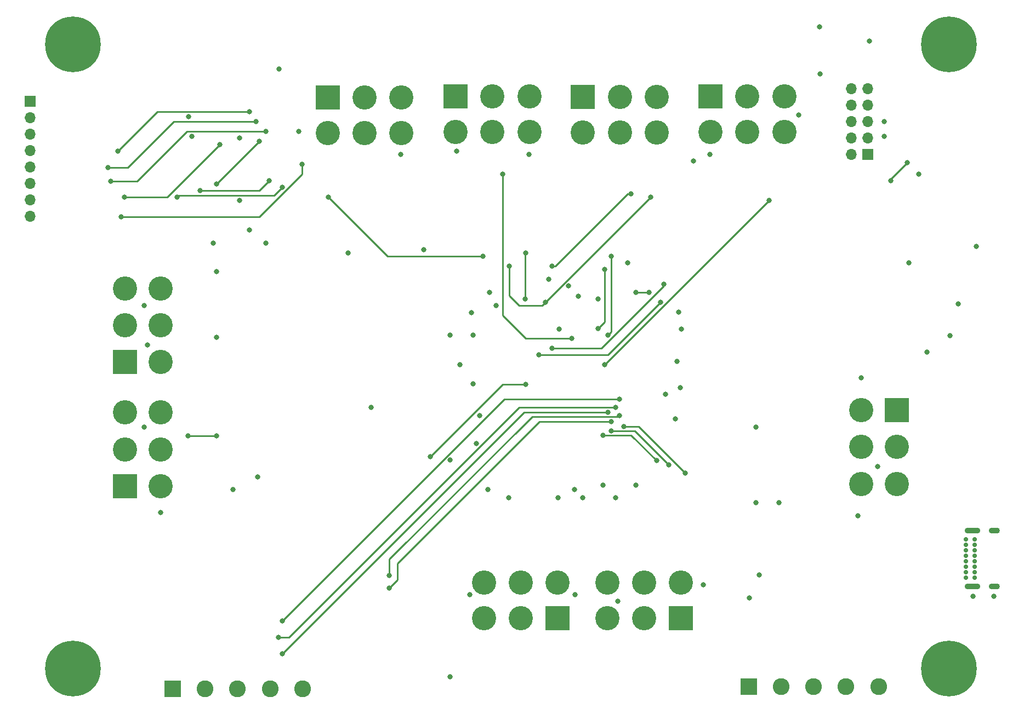
<source format=gbr>
%TF.GenerationSoftware,KiCad,Pcbnew,7.0.7*%
%TF.CreationDate,2024-01-19T22:18:06-06:00*%
%TF.ProjectId,stm32f429z,73746d33-3266-4343-9239-7a2e6b696361,rev?*%
%TF.SameCoordinates,Original*%
%TF.FileFunction,Copper,L4,Bot*%
%TF.FilePolarity,Positive*%
%FSLAX46Y46*%
G04 Gerber Fmt 4.6, Leading zero omitted, Abs format (unit mm)*
G04 Created by KiCad (PCBNEW 7.0.7) date 2024-01-19 22:18:06*
%MOMM*%
%LPD*%
G01*
G04 APERTURE LIST*
%TA.AperFunction,ComponentPad*%
%ADD10R,3.750000X3.750000*%
%TD*%
%TA.AperFunction,ComponentPad*%
%ADD11C,3.750000*%
%TD*%
%TA.AperFunction,ComponentPad*%
%ADD12R,1.700000X1.700000*%
%TD*%
%TA.AperFunction,ComponentPad*%
%ADD13O,1.700000X1.700000*%
%TD*%
%TA.AperFunction,ComponentPad*%
%ADD14R,2.600000X2.600000*%
%TD*%
%TA.AperFunction,ComponentPad*%
%ADD15C,2.600000*%
%TD*%
%TA.AperFunction,ComponentPad*%
%ADD16C,0.700000*%
%TD*%
%TA.AperFunction,ComponentPad*%
%ADD17O,2.400000X0.900000*%
%TD*%
%TA.AperFunction,ComponentPad*%
%ADD18O,1.700000X0.900000*%
%TD*%
%TA.AperFunction,ComponentPad*%
%ADD19C,0.900000*%
%TD*%
%TA.AperFunction,ComponentPad*%
%ADD20C,8.600000*%
%TD*%
%TA.AperFunction,ViaPad*%
%ADD21C,0.800000*%
%TD*%
%TA.AperFunction,Conductor*%
%ADD22C,0.250000*%
%TD*%
G04 APERTURE END LIST*
D10*
%TO.P,J1,1,Pin_1*%
%TO.N,ADC1_IN9*%
X170800000Y-134180000D03*
D11*
%TO.P,J1,2,Pin_2*%
%TO.N,ADC1_IN15*%
X165100000Y-134180000D03*
%TO.P,J1,3,Pin_3*%
%TO.N,ADC1_IN14*%
X159400000Y-134180000D03*
%TO.P,J1,4,Pin_4*%
%TO.N,+5V*%
X170800000Y-128680000D03*
%TO.P,J1,5,Pin_5*%
%TO.N,ADC1_IN8*%
X165100000Y-128680000D03*
%TO.P,J1,6,Pin_6*%
%TO.N,GND*%
X159400000Y-128680000D03*
%TD*%
D12*
%TO.P,J8,1,Pin_1*%
%TO.N,+5V*%
X199613750Y-62487500D03*
D13*
%TO.P,J8,2,Pin_2*%
%TO.N,Net-(J8-Pin_2)*%
X197073750Y-62487500D03*
%TO.P,J8,3,Pin_3*%
%TO.N,GND*%
X199613750Y-59947500D03*
%TO.P,J8,4,Pin_4*%
%TO.N,Net-(J8-Pin_4)*%
X197073750Y-59947500D03*
%TO.P,J8,5,Pin_5*%
%TO.N,GND*%
X199613750Y-57407500D03*
%TO.P,J8,6,Pin_6*%
%TO.N,Net-(J8-Pin_6)*%
X197073750Y-57407500D03*
%TO.P,J8,7,Pin_7*%
%TO.N,unconnected-(J8-Pin_7-Pad7)*%
X199613750Y-54867500D03*
%TO.P,J8,8,Pin_8*%
%TO.N,unconnected-(J8-Pin_8-Pad8)*%
X197073750Y-54867500D03*
%TO.P,J8,9,Pin_9*%
%TO.N,GND*%
X199613750Y-52327500D03*
%TO.P,J8,10,Pin_10*%
%TO.N,Net-(J8-Pin_10)*%
X197073750Y-52327500D03*
%TD*%
D14*
%TO.P,J16,1,Pin_1*%
%TO.N,MCU_GPIO6*%
X92315000Y-145085000D03*
D15*
%TO.P,J16,2,Pin_2*%
%TO.N,MCU_GPIO7*%
X97315000Y-145085000D03*
%TO.P,J16,3,Pin_3*%
%TO.N,MCU_GPIO8*%
X102315000Y-145085000D03*
%TO.P,J16,4,Pin_4*%
%TO.N,MCU_GPIO9*%
X107315000Y-145085000D03*
%TO.P,J16,5,Pin_5*%
%TO.N,MCU_GPIO10*%
X112315000Y-145085000D03*
%TD*%
D10*
%TO.P,J3,1,Pin_1*%
%TO.N,SPI5_MOSI*%
X84895000Y-113793750D03*
D11*
%TO.P,J3,2,Pin_2*%
%TO.N,SPI5_MISO*%
X84895000Y-108093750D03*
%TO.P,J3,3,Pin_3*%
%TO.N,SPI5_SCK *%
X84895000Y-102393750D03*
%TO.P,J3,4,Pin_4*%
%TO.N,+5V*%
X90395000Y-113793750D03*
%TO.P,J3,5,Pin_5*%
%TO.N,SPI5_CS  *%
X90395000Y-108093750D03*
%TO.P,J3,6,Pin_6*%
%TO.N,GND*%
X90395000Y-102393750D03*
%TD*%
D14*
%TO.P,J15,1,Pin_1*%
%TO.N,MCU_GPIO1*%
X181295000Y-144780000D03*
D15*
%TO.P,J15,2,Pin_2*%
%TO.N,MCU_GPIO2*%
X186295000Y-144780000D03*
%TO.P,J15,3,Pin_3*%
%TO.N,MCU_GPIO3*%
X191295000Y-144780000D03*
%TO.P,J15,4,Pin_4*%
%TO.N,MCU_GPIO4*%
X196295000Y-144780000D03*
%TO.P,J15,5,Pin_5*%
%TO.N,MCU_GPIO5*%
X201295000Y-144780000D03*
%TD*%
D10*
%TO.P,J2,1,Pin_1*%
%TO.N,ADC2_IN7*%
X151750000Y-134180000D03*
D11*
%TO.P,J2,2,Pin_2*%
%TO.N,ADC2_IN5*%
X146050000Y-134180000D03*
%TO.P,J2,3,Pin_3*%
%TO.N,ADC2_IN4*%
X140350000Y-134180000D03*
%TO.P,J2,4,Pin_4*%
%TO.N,+5V*%
X151750000Y-128680000D03*
%TO.P,J2,5,Pin_5*%
%TO.N,ADC2_IN6*%
X146050000Y-128680000D03*
%TO.P,J2,6,Pin_6*%
%TO.N,GND*%
X140350000Y-128680000D03*
%TD*%
D10*
%TO.P,J10,1,Pin_1*%
%TO.N,USART1_RX*%
X175340000Y-53527500D03*
D11*
%TO.P,J10,2,Pin_2*%
%TO.N,unconnected-(J10-Pin_2-Pad2)*%
X181040000Y-53527500D03*
%TO.P,J10,3,Pin_3*%
%TO.N,USART1_TX*%
X186740000Y-53527500D03*
%TO.P,J10,4,Pin_4*%
%TO.N,+5V*%
X175340000Y-59027500D03*
%TO.P,J10,5,Pin_5*%
%TO.N,unconnected-(J10-Pin_5-Pad5)*%
X181040000Y-59027500D03*
%TO.P,J10,6,Pin_6*%
%TO.N,GND*%
X186740000Y-59027500D03*
%TD*%
D16*
%TO.P,P2,A1,GND*%
%TO.N,GND*%
X214825000Y-127975000D03*
%TO.P,P2,A4,VBUS*%
%TO.N,Net-(D5-A)*%
X214825000Y-127125000D03*
%TO.P,P2,A5,CC*%
%TO.N,unconnected-(P2-CC-PadA5)*%
X214825000Y-126275000D03*
%TO.P,P2,A6,D+*%
%TO.N,unconnected-(P2-D+-PadA6)*%
X214825000Y-125425000D03*
%TO.P,P2,A7,D-*%
%TO.N,unconnected-(P2-D--PadA7)*%
X214825000Y-124575000D03*
%TO.P,P2,A8*%
%TO.N,N/C*%
X214825000Y-123725000D03*
%TO.P,P2,A9,VBUS*%
%TO.N,Net-(D5-A)*%
X214825000Y-122875000D03*
%TO.P,P2,A12,GND*%
%TO.N,GND*%
X214825000Y-122025000D03*
%TO.P,P2,B1,GND*%
X216175000Y-122025000D03*
%TO.P,P2,B4,VBUS*%
%TO.N,Net-(D5-A)*%
X216175000Y-122875000D03*
%TO.P,P2,B5,VCONN*%
%TO.N,unconnected-(P2-VCONN-PadB5)*%
X216175000Y-123725000D03*
%TO.P,P2,B6*%
%TO.N,N/C*%
X216175000Y-124575000D03*
%TO.P,P2,B7*%
X216175000Y-125425000D03*
%TO.P,P2,B8*%
X216175000Y-126275000D03*
%TO.P,P2,B9,VBUS*%
%TO.N,Net-(D5-A)*%
X216175000Y-127125000D03*
%TO.P,P2,B12,GND*%
%TO.N,GND*%
X216175000Y-127975000D03*
D17*
%TO.P,P2,S1,SHIELD*%
X215805000Y-129325000D03*
D18*
X219185000Y-129325000D03*
D17*
X215805000Y-120675000D03*
D18*
X219185000Y-120675000D03*
%TD*%
D10*
%TO.P,J5,1,Pin_1*%
%TO.N,I2C2_SCL*%
X84895000Y-94600000D03*
D11*
%TO.P,J5,2,Pin_2*%
%TO.N,unconnected-(J5-Pin_2-Pad2)*%
X84895000Y-88900000D03*
%TO.P,J5,3,Pin_3*%
%TO.N,I2C2_SDA*%
X84895000Y-83200000D03*
%TO.P,J5,4,Pin_4*%
%TO.N,+5V*%
X90395000Y-94600000D03*
%TO.P,J5,5,Pin_5*%
%TO.N,unconnected-(J5-Pin_5-Pad5)*%
X90395000Y-88900000D03*
%TO.P,J5,6,Pin_6*%
%TO.N,GND*%
X90395000Y-83200000D03*
%TD*%
D12*
%TO.P,J12,1,Pin_1*%
%TO.N,GP5*%
X70232500Y-54232500D03*
D13*
%TO.P,J12,2,Pin_2*%
%TO.N,GP4*%
X70232500Y-56772500D03*
%TO.P,J12,3,Pin_3*%
%TO.N,GP3*%
X70232500Y-59312500D03*
%TO.P,J12,4,Pin_4*%
%TO.N,GP0*%
X70232500Y-61852500D03*
%TO.P,J12,5,Pin_5*%
%TO.N,GP1*%
X70232500Y-64392500D03*
%TO.P,J12,6,Pin_6*%
%TO.N,GP2*%
X70232500Y-66932500D03*
%TO.P,J12,7,Pin_7*%
%TO.N,CTS*%
X70232500Y-69472500D03*
%TO.P,J12,8,Pin_8*%
%TO.N,RTS*%
X70232500Y-72012500D03*
%TD*%
D10*
%TO.P,J7,1,Pin_1*%
%TO.N,CAN2+*%
X204095000Y-102031250D03*
D11*
%TO.P,J7,2,Pin_2*%
%TO.N,CAN2-*%
X204095000Y-107731250D03*
%TO.P,J7,3,Pin_3*%
%TO.N,unconnected-(J7-Pin_3-Pad3)*%
X204095000Y-113431250D03*
%TO.P,J7,4,Pin_4*%
%TO.N,+5V*%
X198595000Y-102031250D03*
%TO.P,J7,5,Pin_5*%
%TO.N,unconnected-(J7-Pin_5-Pad5)*%
X198595000Y-107731250D03*
%TO.P,J7,6,Pin_6*%
%TO.N,GND*%
X198595000Y-113431250D03*
%TD*%
D19*
%TO.P,H3,1*%
%TO.N,N/C*%
X208930000Y-45501250D03*
X209874581Y-43220831D03*
X209874581Y-47781669D03*
X212155000Y-42276250D03*
D20*
X212155000Y-45501250D03*
D19*
X212155000Y-48726250D03*
X214435419Y-43220831D03*
X214435419Y-47781669D03*
X215380000Y-45501250D03*
%TD*%
D10*
%TO.P,J4,1,Pin_1*%
%TO.N,SPI3_MOSI*%
X135970000Y-53527500D03*
D11*
%TO.P,J4,2,Pin_2*%
%TO.N,SPI3_MISO*%
X141670000Y-53527500D03*
%TO.P,J4,3,Pin_3*%
%TO.N,SPI3_SCK*%
X147370000Y-53527500D03*
%TO.P,J4,4,Pin_4*%
%TO.N,+5V*%
X135970000Y-59027500D03*
%TO.P,J4,5,Pin_5*%
%TO.N,SPI3_CS  *%
X141670000Y-59027500D03*
%TO.P,J4,6,Pin_6*%
%TO.N,GND*%
X147370000Y-59027500D03*
%TD*%
D19*
%TO.P,H2,1*%
%TO.N,N/C*%
X73675000Y-142021250D03*
X74619581Y-139740831D03*
X74619581Y-144301669D03*
X76900000Y-138796250D03*
D20*
X76900000Y-142021250D03*
D19*
X76900000Y-145246250D03*
X79180419Y-139740831D03*
X79180419Y-144301669D03*
X80125000Y-142021250D03*
%TD*%
%TO.P,H1,1*%
%TO.N,N/C*%
X73675000Y-45501250D03*
X74619581Y-43220831D03*
X74619581Y-47781669D03*
X76900000Y-42276250D03*
D20*
X76900000Y-45501250D03*
D19*
X76900000Y-48726250D03*
X79180419Y-43220831D03*
X79180419Y-47781669D03*
X80125000Y-45501250D03*
%TD*%
D10*
%TO.P,J14,1,Pin_1*%
%TO.N,I2C1_SCL*%
X116220000Y-53655000D03*
D11*
%TO.P,J14,2,Pin_2*%
%TO.N,unconnected-(J14-Pin_2-Pad2)*%
X121920000Y-53655000D03*
%TO.P,J14,3,Pin_3*%
%TO.N,I2C1_SDA*%
X127620000Y-53655000D03*
%TO.P,J14,4,Pin_4*%
%TO.N,+5V*%
X116220000Y-59155000D03*
%TO.P,J14,5,Pin_5*%
%TO.N,unconnected-(J14-Pin_5-Pad5)*%
X121920000Y-59155000D03*
%TO.P,J14,6,Pin_6*%
%TO.N,GND*%
X127620000Y-59155000D03*
%TD*%
D19*
%TO.P,H4,1*%
%TO.N,N/C*%
X208930000Y-142021250D03*
X209874581Y-139740831D03*
X209874581Y-144301669D03*
X212155000Y-138796250D03*
D20*
X212155000Y-142021250D03*
D19*
X212155000Y-145246250D03*
X214435419Y-139740831D03*
X214435419Y-144301669D03*
X215380000Y-142021250D03*
%TD*%
D10*
%TO.P,J11,1,Pin_1*%
%TO.N,CAN1+*%
X155655000Y-53561250D03*
D11*
%TO.P,J11,2,Pin_2*%
%TO.N,CAN1-*%
X161355000Y-53561250D03*
%TO.P,J11,3,Pin_3*%
%TO.N,unconnected-(J11-Pin_3-Pad3)*%
X167055000Y-53561250D03*
%TO.P,J11,4,Pin_4*%
%TO.N,+5V*%
X155655000Y-59061250D03*
%TO.P,J11,5,Pin_5*%
%TO.N,unconnected-(J11-Pin_5-Pad5)*%
X161355000Y-59061250D03*
%TO.P,J11,6,Pin_6*%
%TO.N,GND*%
X167055000Y-59061250D03*
%TD*%
D21*
%TO.N,GND*%
X98552000Y-76200000D03*
X102616000Y-69596000D03*
X160655000Y-115570000D03*
X140970000Y-114300000D03*
X162560000Y-79248000D03*
X87884000Y-85852000D03*
X94742000Y-56642000D03*
X135128000Y-143256000D03*
X182880000Y-127508000D03*
X188976000Y-56388000D03*
X122936000Y-101600000D03*
X215900000Y-130810000D03*
X212342500Y-90489250D03*
X138430000Y-86995000D03*
X219075000Y-130810000D03*
X151765000Y-115570000D03*
X135128000Y-109728000D03*
X170815000Y-89535000D03*
X106680000Y-76200000D03*
X135128000Y-90424000D03*
X127508000Y-62484000D03*
X87884000Y-104648000D03*
X101600000Y-114300000D03*
X138176000Y-130556000D03*
X155575000Y-115570000D03*
X161036000Y-131572000D03*
X208786500Y-93029250D03*
X169926000Y-103378000D03*
X141224000Y-83820000D03*
X192201800Y-42748200D03*
X170688000Y-98552000D03*
X207518000Y-65532000D03*
X216408000Y-76708000D03*
X201168000Y-110744000D03*
X153416000Y-82804000D03*
X182372000Y-104648000D03*
X151988750Y-89475000D03*
X192278000Y-50038000D03*
X202184000Y-57404000D03*
X147320000Y-62484000D03*
X202184000Y-59690000D03*
X136652000Y-94996000D03*
X157988000Y-84836000D03*
%TO.N,+3.3V*%
X199898000Y-44958000D03*
X144145000Y-115570000D03*
X138684000Y-90424000D03*
X131064000Y-77216000D03*
X150368000Y-81788000D03*
X163830000Y-113665000D03*
X185928000Y-116332000D03*
X182372000Y-116332000D03*
X99060000Y-80645000D03*
X170180000Y-94488000D03*
X99060000Y-90805000D03*
X154305000Y-114300000D03*
X139700000Y-102870000D03*
X95250000Y-59690000D03*
X154940000Y-84455000D03*
X119380000Y-77724000D03*
X158750000Y-113665000D03*
X142240000Y-85852000D03*
X138684000Y-97950500D03*
X105410000Y-112395000D03*
X104140000Y-74168000D03*
X168402000Y-99568000D03*
X139192000Y-107188000D03*
X170434000Y-86868000D03*
X102616000Y-59944000D03*
%TO.N,+5V*%
X108712000Y-49276000D03*
X198120000Y-118364000D03*
X111760000Y-58928000D03*
X205994000Y-79248000D03*
X136144000Y-61976000D03*
X154432000Y-130556000D03*
X175260000Y-62484000D03*
X213614000Y-85598000D03*
X198628000Y-97028000D03*
X88392000Y-91948000D03*
X90424000Y-117856000D03*
X172720000Y-63500000D03*
X181356000Y-131064000D03*
X174244000Y-129032000D03*
%TO.N,NRST*%
X159004000Y-94996000D03*
X184404000Y-69596000D03*
%TO.N,SPI5_CS  *%
X146812000Y-98044000D03*
X132080000Y-109220000D03*
X94615000Y-106045000D03*
X99060000Y-106045000D03*
%TO.N,SPI3_CS  *%
X153924000Y-90932000D03*
X143256000Y-65532000D03*
%TO.N,I2C1_SDA*%
X146695500Y-84836000D03*
X146812000Y-77724000D03*
%TO.N,USART1_RX*%
X116332000Y-69088000D03*
X150876000Y-79756000D03*
X140208000Y-78232000D03*
X163068000Y-68580000D03*
%TO.N,USART1_TX*%
X149860000Y-85344000D03*
X144272000Y-79756000D03*
X166116000Y-69088000D03*
%TO.N,GP5*%
X99060000Y-67056000D03*
X105664000Y-60452000D03*
%TO.N,GP4*%
X107188000Y-66548000D03*
X96520000Y-68072000D03*
%TO.N,GP3*%
X109220000Y-67564000D03*
X92964000Y-69088000D03*
%TO.N,GP2*%
X82742250Y-66675000D03*
X106680000Y-58928000D03*
%TO.N,GP1*%
X105156000Y-57404000D03*
X82296000Y-64516000D03*
%TO.N,GP0*%
X83820000Y-61976000D03*
X104140000Y-55880000D03*
%TO.N,CTS*%
X99568000Y-60960000D03*
X84836000Y-69088000D03*
%TO.N,RTS*%
X112268000Y-64008000D03*
X84328000Y-72136000D03*
%TO.N,SYS_JTCLK-SWCLK*%
X165862000Y-83820000D03*
X163830000Y-83820000D03*
%TO.N,SYS_JTDO-SWO*%
X168148000Y-82550000D03*
X150876000Y-92456000D03*
%TO.N,BOOT0*%
X203200000Y-66548000D03*
X167635701Y-85339701D03*
X205740000Y-63754000D03*
X148844000Y-93472000D03*
%TO.N,MCU_GPIO10*%
X125730000Y-129540000D03*
X160025194Y-103826306D03*
%TO.N,MCU_GPIO9*%
X161308487Y-102900303D03*
X125730000Y-127635000D03*
%TO.N,MCU_GPIO8*%
X159474500Y-102324500D03*
X109220000Y-139700000D03*
%TO.N,MCU_GPIO7*%
X160655000Y-101600000D03*
X108585000Y-137160000D03*
%TO.N,MCU_GPIO6*%
X109220000Y-134620000D03*
X161290000Y-100330000D03*
%TO.N,MCU_GPIO5*%
X161925000Y-104556500D03*
X171450000Y-111760000D03*
%TO.N,MCU_GPIO4*%
X168910000Y-110490000D03*
X160020000Y-105231000D03*
%TO.N,MCU_GPIO3*%
X167005000Y-109855000D03*
X158750000Y-105955500D03*
%TO.N,CAN1_TX*%
X160020000Y-78232000D03*
X159512000Y-90424000D03*
%TO.N,CAN SIlent Mode 1*%
X159004000Y-80264000D03*
X157988000Y-89408000D03*
%TD*%
D22*
%TO.N,NRST*%
X184404000Y-69596000D02*
X159004000Y-94996000D01*
%TO.N,SPI5_CS  *%
X132080000Y-109220000D02*
X143256000Y-98044000D01*
X94615000Y-106045000D02*
X99060000Y-106045000D01*
X143256000Y-98044000D02*
X146812000Y-98044000D01*
%TO.N,SPI3_CS  *%
X146812000Y-90932000D02*
X153924000Y-90932000D01*
X143256000Y-65532000D02*
X143256000Y-87376000D01*
X143256000Y-87376000D02*
X146812000Y-90932000D01*
%TO.N,I2C1_SDA*%
X146695500Y-77840500D02*
X146695500Y-84836000D01*
X146812000Y-84719500D02*
X146695500Y-84836000D01*
X146812000Y-77724000D02*
X146695500Y-77840500D01*
%TO.N,USART1_RX*%
X150876000Y-79756000D02*
X151393305Y-79756000D01*
X125476000Y-78232000D02*
X140208000Y-78232000D01*
X116332000Y-69088000D02*
X125476000Y-78232000D01*
X162569305Y-68580000D02*
X163068000Y-68580000D01*
X151393305Y-79756000D02*
X162569305Y-68580000D01*
%TO.N,USART1_TX*%
X149860000Y-85334695D02*
X166106695Y-69088000D01*
X149860000Y-85344000D02*
X149860000Y-85334695D01*
X145796000Y-85852000D02*
X149352000Y-85852000D01*
X149352000Y-85852000D02*
X149860000Y-85344000D01*
X144272000Y-84328000D02*
X145796000Y-85852000D01*
X144272000Y-79756000D02*
X144272000Y-84328000D01*
X166106695Y-69088000D02*
X166116000Y-69088000D01*
%TO.N,GP5*%
X99060000Y-67056000D02*
X105664000Y-60452000D01*
%TO.N,GP4*%
X105664000Y-68072000D02*
X107188000Y-66548000D01*
X96520000Y-68072000D02*
X105664000Y-68072000D01*
%TO.N,GP3*%
X92964000Y-69088000D02*
X93181000Y-68871000D01*
X93181000Y-68871000D02*
X107913000Y-68871000D01*
X107913000Y-68871000D02*
X109220000Y-67564000D01*
%TO.N,GP2*%
X94488000Y-58928000D02*
X106680000Y-58928000D01*
X86741000Y-66675000D02*
X94488000Y-58928000D01*
X82742250Y-66675000D02*
X86741000Y-66675000D01*
%TO.N,GP1*%
X92456000Y-57404000D02*
X105156000Y-57404000D01*
X85344000Y-64516000D02*
X92456000Y-57404000D01*
X82296000Y-64516000D02*
X85344000Y-64516000D01*
%TO.N,GP0*%
X89916000Y-55880000D02*
X104140000Y-55880000D01*
X83820000Y-61976000D02*
X89916000Y-55880000D01*
%TO.N,CTS*%
X84836000Y-69088000D02*
X91440000Y-69088000D01*
X91440000Y-69088000D02*
X99568000Y-60960000D01*
%TO.N,RTS*%
X112268000Y-65541305D02*
X112268000Y-64008000D01*
X105673305Y-72136000D02*
X112268000Y-65541305D01*
X84328000Y-72136000D02*
X105673305Y-72136000D01*
%TO.N,SYS_JTCLK-SWCLK*%
X165862000Y-83820000D02*
X163830000Y-83820000D01*
%TO.N,SYS_JTDO-SWO*%
X168148000Y-82550000D02*
X168148000Y-82813305D01*
X168148000Y-82813305D02*
X158505305Y-92456000D01*
X158505305Y-92456000D02*
X150876000Y-92456000D01*
%TO.N,BOOT0*%
X205740000Y-63754000D02*
X203200000Y-66294000D01*
X167635701Y-85339701D02*
X159503402Y-93472000D01*
X203200000Y-66294000D02*
X203200000Y-66548000D01*
X159503402Y-93472000D02*
X148844000Y-93472000D01*
%TO.N,MCU_GPIO10*%
X127000000Y-125730000D02*
X148903694Y-103826306D01*
X148903694Y-103826306D02*
X160025194Y-103826306D01*
X125730000Y-129540000D02*
X127000000Y-128270000D01*
X127000000Y-128270000D02*
X127000000Y-125730000D01*
%TO.N,MCU_GPIO9*%
X161308487Y-102900303D02*
X161209290Y-102999500D01*
X125730000Y-125095000D02*
X125730000Y-127635000D01*
X147825500Y-102999500D02*
X125730000Y-125095000D01*
X161209290Y-102999500D02*
X147825500Y-102999500D01*
%TO.N,MCU_GPIO8*%
X146595500Y-102324500D02*
X159474500Y-102324500D01*
X109220000Y-139700000D02*
X146595500Y-102324500D01*
%TO.N,MCU_GPIO7*%
X110245305Y-137160000D02*
X145805305Y-101600000D01*
X145805305Y-101600000D02*
X160655000Y-101600000D01*
X108585000Y-137160000D02*
X110245305Y-137160000D01*
%TO.N,MCU_GPIO6*%
X109220000Y-134620000D02*
X109220000Y-134610695D01*
X143500695Y-100330000D02*
X161290000Y-100330000D01*
X109220000Y-134610695D02*
X143500695Y-100330000D01*
%TO.N,MCU_GPIO5*%
X161925000Y-104556500D02*
X164246500Y-104556500D01*
X164246500Y-104556500D02*
X171450000Y-111760000D01*
%TO.N,MCU_GPIO4*%
X163651000Y-105231000D02*
X168910000Y-110490000D01*
X160020000Y-105231000D02*
X163651000Y-105231000D01*
%TO.N,MCU_GPIO3*%
X163105500Y-105955500D02*
X158750000Y-105955500D01*
X167005000Y-109855000D02*
X163105500Y-105955500D01*
%TO.N,CAN1_TX*%
X160020000Y-89916000D02*
X160020000Y-78232000D01*
X159512000Y-90424000D02*
X160020000Y-89916000D01*
%TO.N,CAN SIlent Mode 1*%
X159004000Y-80264000D02*
X159004000Y-88392000D01*
X159004000Y-88392000D02*
X157988000Y-89408000D01*
%TD*%
M02*

</source>
